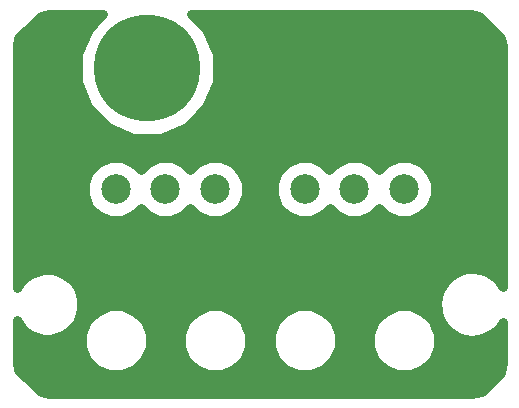
<source format=gbl>
G04 (created by PCBNEW (2013-jul-07)-stable) date Sun 03 Aug 2014 03:58:17 PM EDT*
%MOIN*%
G04 Gerber Fmt 3.4, Leading zero omitted, Abs format*
%FSLAX34Y34*%
G01*
G70*
G90*
G04 APERTURE LIST*
%ADD10C,0.00590551*%
%ADD11C,0.0984252*%
%ADD12C,0.354331*%
%ADD13C,0.0295276*%
G04 APERTURE END LIST*
G54D10*
G54D11*
X148110Y-88090D03*
X146456Y-88090D03*
X144803Y-88090D03*
X148110Y-85925D03*
X146456Y-85925D03*
X144803Y-85925D03*
G54D12*
X147057Y-81889D03*
X139557Y-81889D03*
G54D11*
X141811Y-88090D03*
X140157Y-88090D03*
X138503Y-88090D03*
X141811Y-85925D03*
X140157Y-85925D03*
X138503Y-85925D03*
G54D10*
G36*
X151407Y-91679D02*
X151330Y-92062D01*
X150724Y-92668D01*
X150338Y-92746D01*
X149242Y-92746D01*
X149242Y-90740D01*
X149143Y-90502D01*
X149143Y-85720D01*
X148986Y-85340D01*
X148696Y-85049D01*
X148316Y-84891D01*
X147905Y-84891D01*
X147525Y-85048D01*
X147283Y-85290D01*
X147042Y-85049D01*
X146663Y-84891D01*
X146252Y-84891D01*
X145872Y-85048D01*
X145629Y-85290D01*
X145389Y-85049D01*
X145009Y-84891D01*
X144598Y-84891D01*
X144218Y-85048D01*
X143927Y-85339D01*
X143769Y-85718D01*
X143769Y-86129D01*
X143926Y-86509D01*
X144216Y-86800D01*
X144596Y-86958D01*
X145007Y-86958D01*
X145387Y-86801D01*
X145630Y-86559D01*
X145870Y-86800D01*
X146250Y-86958D01*
X146661Y-86958D01*
X147041Y-86801D01*
X147283Y-86559D01*
X147524Y-86800D01*
X147903Y-86958D01*
X148314Y-86958D01*
X148694Y-86801D01*
X148985Y-86511D01*
X149143Y-86131D01*
X149143Y-85720D01*
X149143Y-90502D01*
X149070Y-90324D01*
X148752Y-90005D01*
X148336Y-89832D01*
X147886Y-89832D01*
X147469Y-90004D01*
X147151Y-90322D01*
X146978Y-90738D01*
X146978Y-91188D01*
X147150Y-91604D01*
X147468Y-91923D01*
X147884Y-92096D01*
X148334Y-92096D01*
X148750Y-91924D01*
X149069Y-91606D01*
X149241Y-91190D01*
X149242Y-90740D01*
X149242Y-92746D01*
X145935Y-92746D01*
X145935Y-90740D01*
X145763Y-90324D01*
X145445Y-90005D01*
X145029Y-89832D01*
X144578Y-89832D01*
X144162Y-90004D01*
X143844Y-90322D01*
X143671Y-90738D01*
X143671Y-91188D01*
X143843Y-91604D01*
X144161Y-91923D01*
X144577Y-92096D01*
X145027Y-92096D01*
X145443Y-91924D01*
X145762Y-91606D01*
X145934Y-91190D01*
X145935Y-90740D01*
X145935Y-92746D01*
X142943Y-92746D01*
X142943Y-90740D01*
X142844Y-90502D01*
X142844Y-85720D01*
X142687Y-85340D01*
X142397Y-85049D01*
X142017Y-84891D01*
X141606Y-84891D01*
X141226Y-85048D01*
X140984Y-85290D01*
X140743Y-85049D01*
X140363Y-84891D01*
X139952Y-84891D01*
X139572Y-85048D01*
X139330Y-85290D01*
X139090Y-85049D01*
X138710Y-84891D01*
X138299Y-84891D01*
X137919Y-85048D01*
X137628Y-85339D01*
X137470Y-85718D01*
X137470Y-86129D01*
X137627Y-86509D01*
X137917Y-86800D01*
X138297Y-86958D01*
X138708Y-86958D01*
X139088Y-86801D01*
X139330Y-86559D01*
X139571Y-86800D01*
X139951Y-86958D01*
X140362Y-86958D01*
X140742Y-86801D01*
X140984Y-86559D01*
X141224Y-86800D01*
X141604Y-86958D01*
X142015Y-86958D01*
X142395Y-86801D01*
X142686Y-86511D01*
X142844Y-86131D01*
X142844Y-85720D01*
X142844Y-90502D01*
X142771Y-90324D01*
X142453Y-90005D01*
X142037Y-89832D01*
X141586Y-89832D01*
X141170Y-90004D01*
X140852Y-90322D01*
X140679Y-90738D01*
X140678Y-91188D01*
X140850Y-91604D01*
X141169Y-91923D01*
X141584Y-92096D01*
X142035Y-92096D01*
X142451Y-91924D01*
X142770Y-91606D01*
X142942Y-91190D01*
X142943Y-90740D01*
X142943Y-92746D01*
X139636Y-92746D01*
X139636Y-90740D01*
X139464Y-90324D01*
X139145Y-90005D01*
X138730Y-89832D01*
X138279Y-89832D01*
X137863Y-90004D01*
X137544Y-90322D01*
X137372Y-90738D01*
X137371Y-91188D01*
X137543Y-91604D01*
X137861Y-91923D01*
X138277Y-92096D01*
X138728Y-92096D01*
X139144Y-91924D01*
X139462Y-91606D01*
X139635Y-91190D01*
X139636Y-90740D01*
X139636Y-92746D01*
X136273Y-92746D01*
X136013Y-92694D01*
X135259Y-91940D01*
X135206Y-91676D01*
X135206Y-90297D01*
X135208Y-90301D01*
X135335Y-90492D01*
X135490Y-90647D01*
X135491Y-90648D01*
X135491Y-90648D01*
X135681Y-90774D01*
X135682Y-90775D01*
X135884Y-90859D01*
X136110Y-90904D01*
X136329Y-90904D01*
X136330Y-90904D01*
X136330Y-90904D01*
X136554Y-90859D01*
X136555Y-90859D01*
X136757Y-90776D01*
X136949Y-90648D01*
X137104Y-90493D01*
X137104Y-90492D01*
X137104Y-90492D01*
X137231Y-90302D01*
X137232Y-90301D01*
X137316Y-90099D01*
X137361Y-89873D01*
X137361Y-89873D01*
X137361Y-89872D01*
X137361Y-89763D01*
X137361Y-89654D01*
X137361Y-89654D01*
X137361Y-89653D01*
X137316Y-89427D01*
X137232Y-89225D01*
X137231Y-89224D01*
X137104Y-89034D01*
X137104Y-89034D01*
X137104Y-89033D01*
X136949Y-88879D01*
X136757Y-88751D01*
X136555Y-88667D01*
X136554Y-88667D01*
X136330Y-88623D01*
X136330Y-88623D01*
X136329Y-88622D01*
X136110Y-88622D01*
X135884Y-88668D01*
X135682Y-88751D01*
X135681Y-88752D01*
X135491Y-88879D01*
X135491Y-88879D01*
X135490Y-88879D01*
X135335Y-89034D01*
X135208Y-89226D01*
X135206Y-89229D01*
X135206Y-81157D01*
X135259Y-80894D01*
X136013Y-80140D01*
X136273Y-80088D01*
X138087Y-80088D01*
X137597Y-80577D01*
X137244Y-81427D01*
X137243Y-82347D01*
X137595Y-83198D01*
X138245Y-83849D01*
X139094Y-84202D01*
X140015Y-84203D01*
X140865Y-83851D01*
X141516Y-83201D01*
X141869Y-82351D01*
X141870Y-81431D01*
X141519Y-80581D01*
X141027Y-80088D01*
X150338Y-80088D01*
X150601Y-80141D01*
X151355Y-80895D01*
X151407Y-81155D01*
X151407Y-89168D01*
X151393Y-89141D01*
X151393Y-89141D01*
X151244Y-88949D01*
X151079Y-88806D01*
X151079Y-88806D01*
X150868Y-88685D01*
X150660Y-88616D01*
X150660Y-88616D01*
X150419Y-88586D01*
X150201Y-88601D01*
X150201Y-88601D01*
X149967Y-88665D01*
X149771Y-88763D01*
X149771Y-88763D01*
X149579Y-88912D01*
X149436Y-89077D01*
X149436Y-89078D01*
X149315Y-89288D01*
X149246Y-89496D01*
X149246Y-89496D01*
X149216Y-89737D01*
X149231Y-89955D01*
X149295Y-90190D01*
X149393Y-90386D01*
X149393Y-90386D01*
X149542Y-90577D01*
X149707Y-90721D01*
X149708Y-90721D01*
X149918Y-90841D01*
X150126Y-90910D01*
X150126Y-90910D01*
X150367Y-90941D01*
X150585Y-90925D01*
X150586Y-90925D01*
X150820Y-90861D01*
X151015Y-90763D01*
X151016Y-90763D01*
X151207Y-90614D01*
X151351Y-90449D01*
X151351Y-90449D01*
X151407Y-90351D01*
X151407Y-91679D01*
X151407Y-91679D01*
G37*
G54D13*
X151407Y-91679D02*
X151330Y-92062D01*
X150724Y-92668D01*
X150338Y-92746D01*
X149242Y-92746D01*
X149242Y-90740D01*
X149143Y-90502D01*
X149143Y-85720D01*
X148986Y-85340D01*
X148696Y-85049D01*
X148316Y-84891D01*
X147905Y-84891D01*
X147525Y-85048D01*
X147283Y-85290D01*
X147042Y-85049D01*
X146663Y-84891D01*
X146252Y-84891D01*
X145872Y-85048D01*
X145629Y-85290D01*
X145389Y-85049D01*
X145009Y-84891D01*
X144598Y-84891D01*
X144218Y-85048D01*
X143927Y-85339D01*
X143769Y-85718D01*
X143769Y-86129D01*
X143926Y-86509D01*
X144216Y-86800D01*
X144596Y-86958D01*
X145007Y-86958D01*
X145387Y-86801D01*
X145630Y-86559D01*
X145870Y-86800D01*
X146250Y-86958D01*
X146661Y-86958D01*
X147041Y-86801D01*
X147283Y-86559D01*
X147524Y-86800D01*
X147903Y-86958D01*
X148314Y-86958D01*
X148694Y-86801D01*
X148985Y-86511D01*
X149143Y-86131D01*
X149143Y-85720D01*
X149143Y-90502D01*
X149070Y-90324D01*
X148752Y-90005D01*
X148336Y-89832D01*
X147886Y-89832D01*
X147469Y-90004D01*
X147151Y-90322D01*
X146978Y-90738D01*
X146978Y-91188D01*
X147150Y-91604D01*
X147468Y-91923D01*
X147884Y-92096D01*
X148334Y-92096D01*
X148750Y-91924D01*
X149069Y-91606D01*
X149241Y-91190D01*
X149242Y-90740D01*
X149242Y-92746D01*
X145935Y-92746D01*
X145935Y-90740D01*
X145763Y-90324D01*
X145445Y-90005D01*
X145029Y-89832D01*
X144578Y-89832D01*
X144162Y-90004D01*
X143844Y-90322D01*
X143671Y-90738D01*
X143671Y-91188D01*
X143843Y-91604D01*
X144161Y-91923D01*
X144577Y-92096D01*
X145027Y-92096D01*
X145443Y-91924D01*
X145762Y-91606D01*
X145934Y-91190D01*
X145935Y-90740D01*
X145935Y-92746D01*
X142943Y-92746D01*
X142943Y-90740D01*
X142844Y-90502D01*
X142844Y-85720D01*
X142687Y-85340D01*
X142397Y-85049D01*
X142017Y-84891D01*
X141606Y-84891D01*
X141226Y-85048D01*
X140984Y-85290D01*
X140743Y-85049D01*
X140363Y-84891D01*
X139952Y-84891D01*
X139572Y-85048D01*
X139330Y-85290D01*
X139090Y-85049D01*
X138710Y-84891D01*
X138299Y-84891D01*
X137919Y-85048D01*
X137628Y-85339D01*
X137470Y-85718D01*
X137470Y-86129D01*
X137627Y-86509D01*
X137917Y-86800D01*
X138297Y-86958D01*
X138708Y-86958D01*
X139088Y-86801D01*
X139330Y-86559D01*
X139571Y-86800D01*
X139951Y-86958D01*
X140362Y-86958D01*
X140742Y-86801D01*
X140984Y-86559D01*
X141224Y-86800D01*
X141604Y-86958D01*
X142015Y-86958D01*
X142395Y-86801D01*
X142686Y-86511D01*
X142844Y-86131D01*
X142844Y-85720D01*
X142844Y-90502D01*
X142771Y-90324D01*
X142453Y-90005D01*
X142037Y-89832D01*
X141586Y-89832D01*
X141170Y-90004D01*
X140852Y-90322D01*
X140679Y-90738D01*
X140678Y-91188D01*
X140850Y-91604D01*
X141169Y-91923D01*
X141584Y-92096D01*
X142035Y-92096D01*
X142451Y-91924D01*
X142770Y-91606D01*
X142942Y-91190D01*
X142943Y-90740D01*
X142943Y-92746D01*
X139636Y-92746D01*
X139636Y-90740D01*
X139464Y-90324D01*
X139145Y-90005D01*
X138730Y-89832D01*
X138279Y-89832D01*
X137863Y-90004D01*
X137544Y-90322D01*
X137372Y-90738D01*
X137371Y-91188D01*
X137543Y-91604D01*
X137861Y-91923D01*
X138277Y-92096D01*
X138728Y-92096D01*
X139144Y-91924D01*
X139462Y-91606D01*
X139635Y-91190D01*
X139636Y-90740D01*
X139636Y-92746D01*
X136273Y-92746D01*
X136013Y-92694D01*
X135259Y-91940D01*
X135206Y-91676D01*
X135206Y-90297D01*
X135208Y-90301D01*
X135335Y-90492D01*
X135490Y-90647D01*
X135491Y-90648D01*
X135491Y-90648D01*
X135681Y-90774D01*
X135682Y-90775D01*
X135884Y-90859D01*
X136110Y-90904D01*
X136329Y-90904D01*
X136330Y-90904D01*
X136330Y-90904D01*
X136554Y-90859D01*
X136555Y-90859D01*
X136757Y-90776D01*
X136949Y-90648D01*
X137104Y-90493D01*
X137104Y-90492D01*
X137104Y-90492D01*
X137231Y-90302D01*
X137232Y-90301D01*
X137316Y-90099D01*
X137361Y-89873D01*
X137361Y-89873D01*
X137361Y-89872D01*
X137361Y-89763D01*
X137361Y-89654D01*
X137361Y-89654D01*
X137361Y-89653D01*
X137316Y-89427D01*
X137232Y-89225D01*
X137231Y-89224D01*
X137104Y-89034D01*
X137104Y-89034D01*
X137104Y-89033D01*
X136949Y-88879D01*
X136757Y-88751D01*
X136555Y-88667D01*
X136554Y-88667D01*
X136330Y-88623D01*
X136330Y-88623D01*
X136329Y-88622D01*
X136110Y-88622D01*
X135884Y-88668D01*
X135682Y-88751D01*
X135681Y-88752D01*
X135491Y-88879D01*
X135491Y-88879D01*
X135490Y-88879D01*
X135335Y-89034D01*
X135208Y-89226D01*
X135206Y-89229D01*
X135206Y-81157D01*
X135259Y-80894D01*
X136013Y-80140D01*
X136273Y-80088D01*
X138087Y-80088D01*
X137597Y-80577D01*
X137244Y-81427D01*
X137243Y-82347D01*
X137595Y-83198D01*
X138245Y-83849D01*
X139094Y-84202D01*
X140015Y-84203D01*
X140865Y-83851D01*
X141516Y-83201D01*
X141869Y-82351D01*
X141870Y-81431D01*
X141519Y-80581D01*
X141027Y-80088D01*
X150338Y-80088D01*
X150601Y-80141D01*
X151355Y-80895D01*
X151407Y-81155D01*
X151407Y-89168D01*
X151393Y-89141D01*
X151393Y-89141D01*
X151244Y-88949D01*
X151079Y-88806D01*
X151079Y-88806D01*
X150868Y-88685D01*
X150660Y-88616D01*
X150660Y-88616D01*
X150419Y-88586D01*
X150201Y-88601D01*
X150201Y-88601D01*
X149967Y-88665D01*
X149771Y-88763D01*
X149771Y-88763D01*
X149579Y-88912D01*
X149436Y-89077D01*
X149436Y-89078D01*
X149315Y-89288D01*
X149246Y-89496D01*
X149246Y-89496D01*
X149216Y-89737D01*
X149231Y-89955D01*
X149295Y-90190D01*
X149393Y-90386D01*
X149393Y-90386D01*
X149542Y-90577D01*
X149707Y-90721D01*
X149708Y-90721D01*
X149918Y-90841D01*
X150126Y-90910D01*
X150126Y-90910D01*
X150367Y-90941D01*
X150585Y-90925D01*
X150586Y-90925D01*
X150820Y-90861D01*
X151015Y-90763D01*
X151016Y-90763D01*
X151207Y-90614D01*
X151351Y-90449D01*
X151351Y-90449D01*
X151407Y-90351D01*
X151407Y-91679D01*
M02*

</source>
